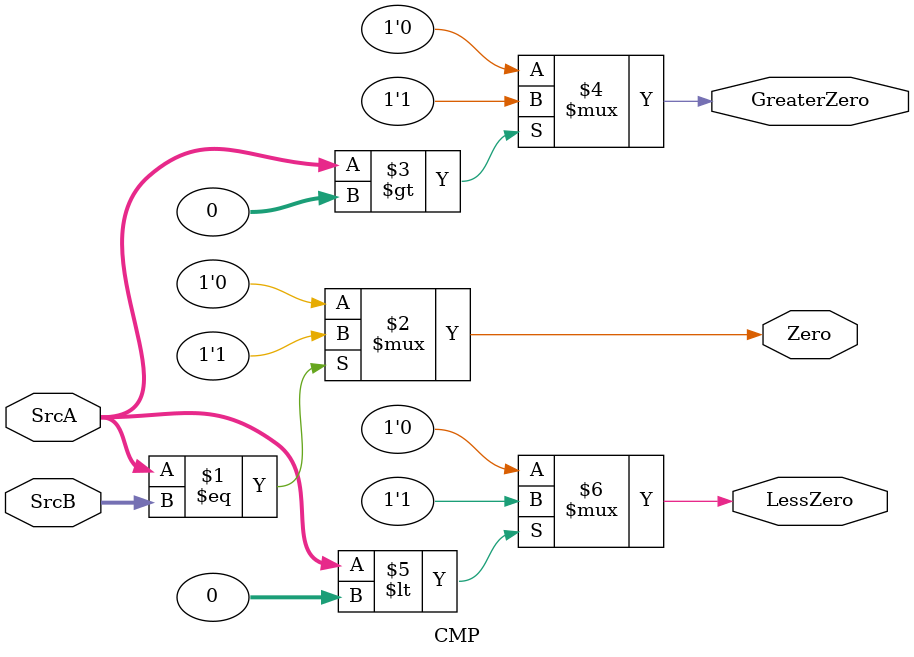
<source format=v>
`timescale 1ns / 1ps
module CMP(
    input [31:0] SrcA,
    input [31:0] SrcB,
    output Zero,
    output GreaterZero,
    output LessZero
);
    
    assign Zero = (SrcA == SrcB) ? 1'b1 : 1'b0;
    assign GreaterZero = ($signed(SrcA) > 0) ? 1'b1 : 1'b0; // the f**king $signed
    assign LessZero = ($signed(SrcA) < 0) ? 1'b1 : 1'b0;

endmodule

</source>
